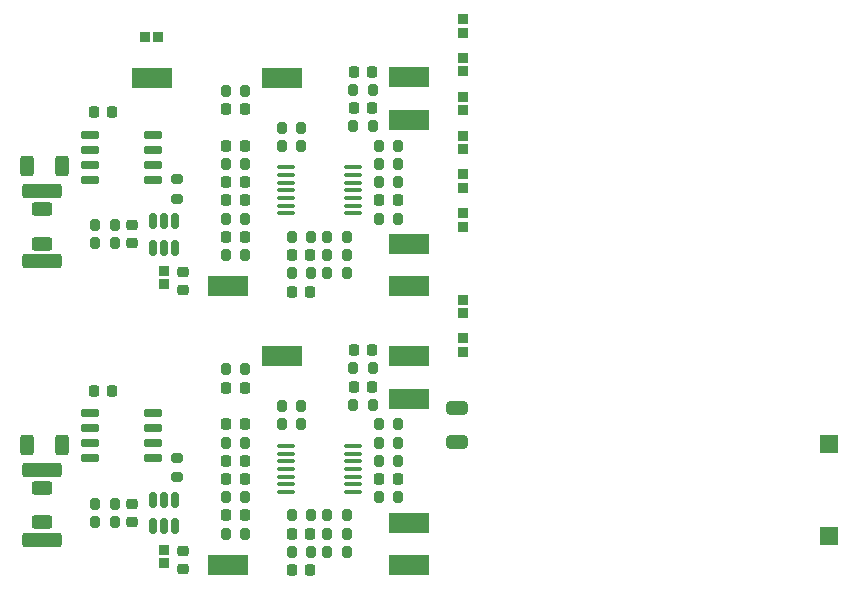
<source format=gtp>
G04 #@! TF.GenerationSoftware,KiCad,Pcbnew,(6.0.2)*
G04 #@! TF.CreationDate,2023-01-29T12:52:02-08:00*
G04 #@! TF.ProjectId,ripplecounter,72697070-6c65-4636-9f75-6e7465722e6b,rev?*
G04 #@! TF.SameCoordinates,Original*
G04 #@! TF.FileFunction,Paste,Top*
G04 #@! TF.FilePolarity,Positive*
%FSLAX46Y46*%
G04 Gerber Fmt 4.6, Leading zero omitted, Abs format (unit mm)*
G04 Created by KiCad (PCBNEW (6.0.2)) date 2023-01-29 12:52:02*
%MOMM*%
%LPD*%
G01*
G04 APERTURE LIST*
G04 Aperture macros list*
%AMRoundRect*
0 Rectangle with rounded corners*
0 $1 Rounding radius*
0 $2 $3 $4 $5 $6 $7 $8 $9 X,Y pos of 4 corners*
0 Add a 4 corners polygon primitive as box body*
4,1,4,$2,$3,$4,$5,$6,$7,$8,$9,$2,$3,0*
0 Add four circle primitives for the rounded corners*
1,1,$1+$1,$2,$3*
1,1,$1+$1,$4,$5*
1,1,$1+$1,$6,$7*
1,1,$1+$1,$8,$9*
0 Add four rect primitives between the rounded corners*
20,1,$1+$1,$2,$3,$4,$5,0*
20,1,$1+$1,$4,$5,$6,$7,0*
20,1,$1+$1,$6,$7,$8,$9,0*
20,1,$1+$1,$8,$9,$2,$3,0*%
G04 Aperture macros list end*
%ADD10RoundRect,0.150000X0.650000X0.150000X-0.650000X0.150000X-0.650000X-0.150000X0.650000X-0.150000X0*%
%ADD11R,0.950000X0.875000*%
%ADD12RoundRect,0.200000X-0.200000X-0.275000X0.200000X-0.275000X0.200000X0.275000X-0.200000X0.275000X0*%
%ADD13RoundRect,0.218750X0.218750X0.256250X-0.218750X0.256250X-0.218750X-0.256250X0.218750X-0.256250X0*%
%ADD14R,1.500000X1.500000*%
%ADD15R,3.400000X1.800000*%
%ADD16RoundRect,0.200000X0.200000X0.275000X-0.200000X0.275000X-0.200000X-0.275000X0.200000X-0.275000X0*%
%ADD17RoundRect,0.225000X0.225000X0.250000X-0.225000X0.250000X-0.225000X-0.250000X0.225000X-0.250000X0*%
%ADD18RoundRect,0.225000X-0.225000X-0.250000X0.225000X-0.250000X0.225000X0.250000X-0.225000X0.250000X0*%
%ADD19RoundRect,0.250000X1.425000X-0.362500X1.425000X0.362500X-1.425000X0.362500X-1.425000X-0.362500X0*%
%ADD20RoundRect,0.250000X0.625000X-0.312500X0.625000X0.312500X-0.625000X0.312500X-0.625000X-0.312500X0*%
%ADD21RoundRect,0.250000X-0.312500X-0.625000X0.312500X-0.625000X0.312500X0.625000X-0.312500X0.625000X0*%
%ADD22RoundRect,0.200000X-0.275000X0.200000X-0.275000X-0.200000X0.275000X-0.200000X0.275000X0.200000X0*%
%ADD23RoundRect,0.225000X0.250000X-0.225000X0.250000X0.225000X-0.250000X0.225000X-0.250000X-0.225000X0*%
%ADD24RoundRect,0.100000X-0.637500X-0.100000X0.637500X-0.100000X0.637500X0.100000X-0.637500X0.100000X0*%
%ADD25RoundRect,0.250000X0.650000X-0.325000X0.650000X0.325000X-0.650000X0.325000X-0.650000X-0.325000X0*%
%ADD26RoundRect,0.150000X-0.150000X0.512500X-0.150000X-0.512500X0.150000X-0.512500X0.150000X0.512500X0*%
%ADD27R,0.875000X0.950000*%
%ADD28RoundRect,0.225000X-0.250000X0.225000X-0.250000X-0.225000X0.250000X-0.225000X0.250000X0.225000X0*%
G04 APERTURE END LIST*
D10*
X72415000Y-92540000D03*
X72415000Y-91270000D03*
X72415000Y-90000000D03*
X72415000Y-88730000D03*
X67115000Y-88730000D03*
X67115000Y-90000000D03*
X67115000Y-91270000D03*
X67115000Y-92540000D03*
X72415000Y-68940000D03*
X72415000Y-67670000D03*
X72415000Y-66400000D03*
X72415000Y-65130000D03*
X67115000Y-65130000D03*
X67115000Y-66400000D03*
X67115000Y-67670000D03*
X67115000Y-68940000D03*
D11*
X98700000Y-83512500D03*
X98700000Y-82387500D03*
X98700000Y-59787500D03*
X98700000Y-58662500D03*
X98700000Y-79137500D03*
X98700000Y-80262500D03*
X98700000Y-56505000D03*
X98700000Y-55380000D03*
X98700000Y-71792500D03*
X98700000Y-72917500D03*
X98700000Y-68510000D03*
X98700000Y-69635000D03*
X98700000Y-66352500D03*
X98700000Y-65227500D03*
X98700000Y-63070000D03*
X98700000Y-61945000D03*
D12*
X84158750Y-97368750D03*
X85808750Y-97368750D03*
D13*
X90996250Y-62860000D03*
X89421250Y-62860000D03*
D14*
X129680000Y-91350000D03*
X129680000Y-99150000D03*
D15*
X78808750Y-77990000D03*
X94088750Y-87498750D03*
D12*
X91533750Y-92775000D03*
X93183750Y-92775000D03*
D15*
X94088750Y-101590000D03*
D16*
X80233750Y-75318750D03*
X78583750Y-75318750D03*
D17*
X80183750Y-62950001D03*
X78633750Y-62950001D03*
X93133750Y-94300000D03*
X91583750Y-94300000D03*
D16*
X80233750Y-95843750D03*
X78583750Y-95843750D03*
D18*
X84208750Y-102025000D03*
X85758750Y-102025000D03*
D12*
X91533750Y-91225000D03*
X93183750Y-91225000D03*
X87158750Y-76868750D03*
X88808750Y-76868750D03*
D15*
X94088750Y-77990000D03*
D18*
X67440000Y-63200000D03*
X68990000Y-63200000D03*
D15*
X78808750Y-101590000D03*
D16*
X69170000Y-97952500D03*
X67520000Y-97952500D03*
D15*
X94088750Y-74390000D03*
D12*
X89383750Y-61320000D03*
X91033750Y-61320000D03*
D19*
X63015000Y-99462500D03*
X63015000Y-93537500D03*
D18*
X67440000Y-86800000D03*
X68990000Y-86800000D03*
D11*
X73350000Y-100287500D03*
X73350000Y-101412500D03*
D16*
X93183750Y-95850000D03*
X91533750Y-95850000D03*
D20*
X63015000Y-74362500D03*
X63015000Y-71437500D03*
D17*
X80183750Y-86550001D03*
X78633750Y-86550001D03*
D21*
X61765000Y-67800000D03*
X64690000Y-67800000D03*
D16*
X69170000Y-74352500D03*
X67520000Y-74352500D03*
D22*
X74490000Y-92500000D03*
X74490000Y-94150000D03*
D16*
X80233750Y-98918750D03*
X78583750Y-98918750D03*
D17*
X80183750Y-69168750D03*
X78633750Y-69168750D03*
D15*
X83348270Y-60313608D03*
D23*
X75000000Y-101925000D03*
X75000000Y-100375000D03*
D12*
X91533750Y-69175000D03*
X93183750Y-69175000D03*
D17*
X85758750Y-98925000D03*
X84208750Y-98925000D03*
D12*
X87158750Y-98925000D03*
X88808750Y-98925000D03*
X87158750Y-75325000D03*
X88808750Y-75325000D03*
X91533750Y-66075000D03*
X93183750Y-66075000D03*
X83323270Y-66073608D03*
X84973270Y-66073608D03*
D17*
X80183750Y-92768750D03*
X78633750Y-92768750D03*
D15*
X83348270Y-83913608D03*
D24*
X83646250Y-91500000D03*
X83646250Y-92150000D03*
X83646250Y-92800000D03*
X83646250Y-93450000D03*
X83646250Y-94100000D03*
X83646250Y-94750000D03*
X83646250Y-95400000D03*
X89371250Y-95400000D03*
X89371250Y-94750000D03*
X89371250Y-94100000D03*
X89371250Y-93450000D03*
X89371250Y-92800000D03*
X89371250Y-92150000D03*
X89371250Y-91500000D03*
D12*
X84158750Y-73768750D03*
X85808750Y-73768750D03*
D15*
X94088750Y-97990000D03*
D13*
X90996250Y-86460000D03*
X89421250Y-86460000D03*
D19*
X63015000Y-75862500D03*
X63015000Y-69937500D03*
D25*
X98200000Y-88250000D03*
X98200000Y-91200000D03*
D16*
X69170000Y-96402500D03*
X67520000Y-96402500D03*
D17*
X80183750Y-70706250D03*
X78633750Y-70706250D03*
D15*
X94088750Y-63898750D03*
D18*
X89443750Y-59790000D03*
X90993750Y-59790000D03*
D16*
X91033750Y-64400000D03*
X89383750Y-64400000D03*
D18*
X78633750Y-73781250D03*
X80183750Y-73781250D03*
D16*
X91033750Y-88000000D03*
X89383750Y-88000000D03*
D17*
X85758750Y-75325000D03*
X84208750Y-75325000D03*
X80183750Y-66068750D03*
X78633750Y-66068750D03*
D12*
X84158750Y-76868750D03*
X85808750Y-76868750D03*
D17*
X80183750Y-89668750D03*
X78633750Y-89668750D03*
D20*
X63015000Y-97962500D03*
X63015000Y-95037500D03*
D23*
X75000000Y-76775000D03*
X75000000Y-78325000D03*
D17*
X80183750Y-94306250D03*
X78633750Y-94306250D03*
D26*
X74285000Y-72432500D03*
X73335000Y-72432500D03*
X72385000Y-72432500D03*
X72385000Y-74707500D03*
X73335000Y-74707500D03*
X74285000Y-74707500D03*
D16*
X80233750Y-72243750D03*
X78583750Y-72243750D03*
D17*
X93133750Y-70700000D03*
X91583750Y-70700000D03*
D11*
X73350000Y-76687500D03*
X73350000Y-77812500D03*
D12*
X78583750Y-61400000D03*
X80233750Y-61400000D03*
D18*
X89443750Y-83390000D03*
X90993750Y-83390000D03*
D16*
X69170000Y-72802500D03*
X67520000Y-72802500D03*
D18*
X78633750Y-97381250D03*
X80183750Y-97381250D03*
D22*
X74490000Y-68900000D03*
X74490000Y-70550000D03*
D15*
X94088750Y-60290000D03*
D27*
X72862500Y-56850000D03*
X71737500Y-56850000D03*
D21*
X61765000Y-91400000D03*
X64690000Y-91400000D03*
D12*
X83323270Y-89673608D03*
X84973270Y-89673608D03*
X91533750Y-89675000D03*
X93183750Y-89675000D03*
D16*
X84973270Y-64533608D03*
X83323270Y-64533608D03*
D12*
X78583750Y-85000000D03*
X80233750Y-85000000D03*
D16*
X88808750Y-97370000D03*
X87158750Y-97370000D03*
X80233750Y-67618750D03*
X78583750Y-67618750D03*
D26*
X74285000Y-96032500D03*
X73335000Y-96032500D03*
X72385000Y-96032500D03*
X72385000Y-98307500D03*
X73335000Y-98307500D03*
X74285000Y-98307500D03*
D28*
X70645000Y-72802500D03*
X70645000Y-74352500D03*
D16*
X84973270Y-88133608D03*
X83323270Y-88133608D03*
D18*
X84208750Y-78425000D03*
X85758750Y-78425000D03*
D15*
X94088750Y-83890000D03*
D12*
X91533750Y-67625000D03*
X93183750Y-67625000D03*
D16*
X88808750Y-73770000D03*
X87158750Y-73770000D03*
X80233750Y-91218750D03*
X78583750Y-91218750D03*
D12*
X84158750Y-100468750D03*
X85808750Y-100468750D03*
X89383750Y-84920000D03*
X91033750Y-84920000D03*
D16*
X93183750Y-72250000D03*
X91533750Y-72250000D03*
D28*
X70645000Y-96402500D03*
X70645000Y-97952500D03*
D15*
X72300000Y-60300000D03*
D24*
X83646250Y-67900000D03*
X83646250Y-68550000D03*
X83646250Y-69200000D03*
X83646250Y-69850000D03*
X83646250Y-70500000D03*
X83646250Y-71150000D03*
X83646250Y-71800000D03*
X89371250Y-71800000D03*
X89371250Y-71150000D03*
X89371250Y-70500000D03*
X89371250Y-69850000D03*
X89371250Y-69200000D03*
X89371250Y-68550000D03*
X89371250Y-67900000D03*
D12*
X87158750Y-100468750D03*
X88808750Y-100468750D03*
M02*

</source>
